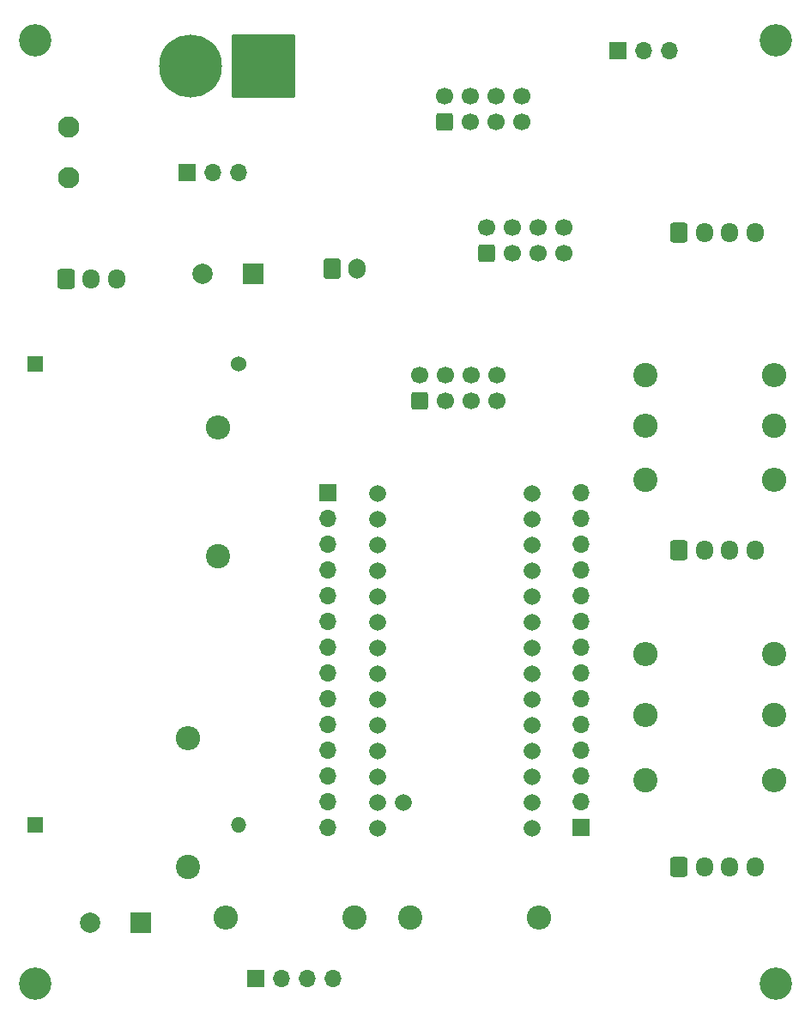
<source format=gbr>
%TF.GenerationSoftware,KiCad,Pcbnew,8.0.1*%
%TF.CreationDate,2024-04-25T00:57:38+03:00*%
%TF.ProjectId,Modul_LCD,4d6f6475-6c5f-44c4-9344-2e6b69636164,rev?*%
%TF.SameCoordinates,Original*%
%TF.FileFunction,Soldermask,Top*%
%TF.FilePolarity,Negative*%
%FSLAX46Y46*%
G04 Gerber Fmt 4.6, Leading zero omitted, Abs format (unit mm)*
G04 Created by KiCad (PCBNEW 8.0.1) date 2024-04-25 00:57:38*
%MOMM*%
%LPD*%
G01*
G04 APERTURE LIST*
G04 Aperture macros list*
%AMRoundRect*
0 Rectangle with rounded corners*
0 $1 Rounding radius*
0 $2 $3 $4 $5 $6 $7 $8 $9 X,Y pos of 4 corners*
0 Add a 4 corners polygon primitive as box body*
4,1,4,$2,$3,$4,$5,$6,$7,$8,$9,$2,$3,0*
0 Add four circle primitives for the rounded corners*
1,1,$1+$1,$2,$3*
1,1,$1+$1,$4,$5*
1,1,$1+$1,$6,$7*
1,1,$1+$1,$8,$9*
0 Add four rect primitives between the rounded corners*
20,1,$1+$1,$2,$3,$4,$5,0*
20,1,$1+$1,$4,$5,$6,$7,0*
20,1,$1+$1,$6,$7,$8,$9,0*
20,1,$1+$1,$8,$9,$2,$3,0*%
G04 Aperture macros list end*
%ADD10RoundRect,0.250000X0.600000X-0.600000X0.600000X0.600000X-0.600000X0.600000X-0.600000X-0.600000X0*%
%ADD11C,1.700000*%
%ADD12C,2.400000*%
%ADD13O,2.400000X2.400000*%
%ADD14R,1.700000X1.700000*%
%ADD15O,1.700000X1.700000*%
%ADD16C,6.204000*%
%ADD17RoundRect,0.102000X3.000000X3.000000X-3.000000X3.000000X-3.000000X-3.000000X3.000000X-3.000000X0*%
%ADD18C,3.200000*%
%ADD19C,2.100000*%
%ADD20RoundRect,0.250000X-0.600000X-0.725000X0.600000X-0.725000X0.600000X0.725000X-0.600000X0.725000X0*%
%ADD21O,1.700000X1.950000*%
%ADD22R,2.000000X2.000000*%
%ADD23C,2.000000*%
%ADD24C,1.665000*%
%ADD25RoundRect,0.250000X-0.600000X-0.750000X0.600000X-0.750000X0.600000X0.750000X-0.600000X0.750000X0*%
%ADD26O,1.700000X2.000000*%
%ADD27R,1.524000X1.524000*%
%ADD28O,1.524000X1.524000*%
%ADD29C,1.524000*%
G04 APERTURE END LIST*
D10*
%TO.C,J10*%
X61420000Y-59040000D03*
D11*
X61420000Y-56500000D03*
X63960000Y-59040000D03*
X63960000Y-56500000D03*
X66500000Y-59040000D03*
X66500000Y-56500000D03*
X69040000Y-59040000D03*
X69040000Y-56500000D03*
%TD*%
D12*
%TO.C,R6*%
X96350000Y-84000000D03*
D13*
X83650000Y-84000000D03*
%TD*%
D14*
%TO.C,J15*%
X77300000Y-101120000D03*
D15*
X77300000Y-98580000D03*
X77300000Y-96040000D03*
X77300000Y-93500000D03*
X77300000Y-90960000D03*
X77300000Y-88420000D03*
X77300000Y-85880000D03*
X77300000Y-83340000D03*
X77300000Y-80800000D03*
X77300000Y-78260000D03*
X77300000Y-75720000D03*
X77300000Y-73180000D03*
X77300000Y-70640000D03*
X77300000Y-68100000D03*
%TD*%
D14*
%TO.C,J16*%
X52300000Y-68120000D03*
D15*
X52300000Y-70660000D03*
X52300000Y-73200000D03*
X52300000Y-75740000D03*
X52300000Y-78280000D03*
X52300000Y-80820000D03*
X52300000Y-83360000D03*
X52300000Y-85900000D03*
X52300000Y-88440000D03*
X52300000Y-90980000D03*
X52300000Y-93520000D03*
X52300000Y-96060000D03*
X52300000Y-98600000D03*
X52300000Y-101140000D03*
%TD*%
D12*
%TO.C,R9*%
X83650000Y-66800000D03*
D13*
X96350000Y-66800000D03*
%TD*%
D16*
%TO.C,J14*%
X38800000Y-26000000D03*
D17*
X46000000Y-26000000D03*
%TD*%
D18*
%TO.C,H2*%
X96500000Y-23500000D03*
%TD*%
D10*
%TO.C,J2*%
X63880000Y-31500000D03*
D11*
X63880000Y-28960000D03*
X66420000Y-31500000D03*
X66420000Y-28960000D03*
X68960000Y-31500000D03*
X68960000Y-28960000D03*
X71500000Y-31500000D03*
X71500000Y-28960000D03*
%TD*%
D19*
%TO.C,J12*%
X26750000Y-32000000D03*
X26750000Y-37000000D03*
%TD*%
D20*
%TO.C,J6*%
X87000000Y-42475000D03*
D21*
X89500000Y-42475000D03*
X92000000Y-42475000D03*
X94500000Y-42475000D03*
%TD*%
D22*
%TO.C,C1*%
X45000000Y-46500000D03*
D23*
X40000000Y-46500000D03*
%TD*%
D24*
%TO.C,IC1*%
X72500000Y-101160000D03*
X72500000Y-98620000D03*
X72500000Y-96080000D03*
X72500000Y-93540000D03*
X72500000Y-91000000D03*
X72500000Y-88460000D03*
X72500000Y-85920000D03*
X72500000Y-83380000D03*
X72500000Y-80840000D03*
X72500000Y-78300000D03*
X72500000Y-75760000D03*
X72500000Y-73220000D03*
X72500000Y-70680000D03*
X72500000Y-68140000D03*
X57260000Y-68140000D03*
X57260000Y-70680000D03*
X57260000Y-73220000D03*
X57260000Y-75760000D03*
X57260000Y-78300000D03*
X57260000Y-80840000D03*
X57260000Y-83380000D03*
X57260000Y-85920000D03*
X57260000Y-88460000D03*
X57260000Y-91000000D03*
X57260000Y-93540000D03*
X57260000Y-96080000D03*
X57260000Y-98620000D03*
X57260000Y-101160000D03*
X59800000Y-98620000D03*
%TD*%
D18*
%TO.C,H4*%
X96500000Y-116500000D03*
%TD*%
%TO.C,H1*%
X23500000Y-23500000D03*
%TD*%
D14*
%TO.C,J13*%
X38460000Y-36500000D03*
D15*
X41000000Y-36500000D03*
X43540000Y-36500000D03*
%TD*%
D12*
%TO.C,R8*%
X96350000Y-61500000D03*
D13*
X83650000Y-61500000D03*
%TD*%
D12*
%TO.C,R5*%
X96350000Y-90000000D03*
D13*
X83650000Y-90000000D03*
%TD*%
D25*
%TO.C,D1*%
X52750000Y-45975000D03*
D26*
X55250000Y-45975000D03*
%TD*%
D20*
%TO.C,J4*%
X87000000Y-105000000D03*
D21*
X89500000Y-105000000D03*
X92000000Y-105000000D03*
X94500000Y-105000000D03*
%TD*%
D12*
%TO.C,R7*%
X83650000Y-56500000D03*
D13*
X96350000Y-56500000D03*
%TD*%
D18*
%TO.C,H3*%
X23500000Y-116500000D03*
%TD*%
D27*
%TO.C,U1*%
X23500000Y-100881000D03*
D28*
X43500000Y-100881000D03*
D27*
X23500000Y-55381000D03*
D29*
X43500000Y-55381000D03*
%TD*%
D12*
%TO.C,R2*%
X55000000Y-110000000D03*
D13*
X42300000Y-110000000D03*
%TD*%
D12*
%TO.C,R1*%
X38500000Y-105000000D03*
D13*
X38500000Y-92300000D03*
%TD*%
D14*
%TO.C,J9*%
X45200000Y-116000000D03*
D15*
X47740000Y-116000000D03*
X50280000Y-116000000D03*
X52820000Y-116000000D03*
%TD*%
D13*
%TO.C,R3*%
X73200000Y-110000000D03*
D12*
X60500000Y-110000000D03*
%TD*%
D20*
%TO.C,J5*%
X87000000Y-73737500D03*
D21*
X89500000Y-73737500D03*
X92000000Y-73737500D03*
X94500000Y-73737500D03*
%TD*%
D22*
%TO.C,C2*%
X33867677Y-110500000D03*
D23*
X28867677Y-110500000D03*
%TD*%
D14*
%TO.C,J7*%
X80920000Y-24500000D03*
D15*
X83460000Y-24500000D03*
X86000000Y-24500000D03*
%TD*%
D20*
%TO.C,J8*%
X26500000Y-46975000D03*
D21*
X29000000Y-46975000D03*
X31500000Y-46975000D03*
%TD*%
D10*
%TO.C,J1*%
X68000000Y-44500000D03*
D11*
X68000000Y-41960000D03*
X70540000Y-44500000D03*
X70540000Y-41960000D03*
X73080000Y-44500000D03*
X73080000Y-41960000D03*
X75620000Y-44500000D03*
X75620000Y-41960000D03*
%TD*%
D12*
%TO.C,R10*%
X41500000Y-74350000D03*
D13*
X41500000Y-61650000D03*
%TD*%
D12*
%TO.C,R4*%
X83650000Y-96500000D03*
D13*
X96350000Y-96500000D03*
%TD*%
M02*

</source>
